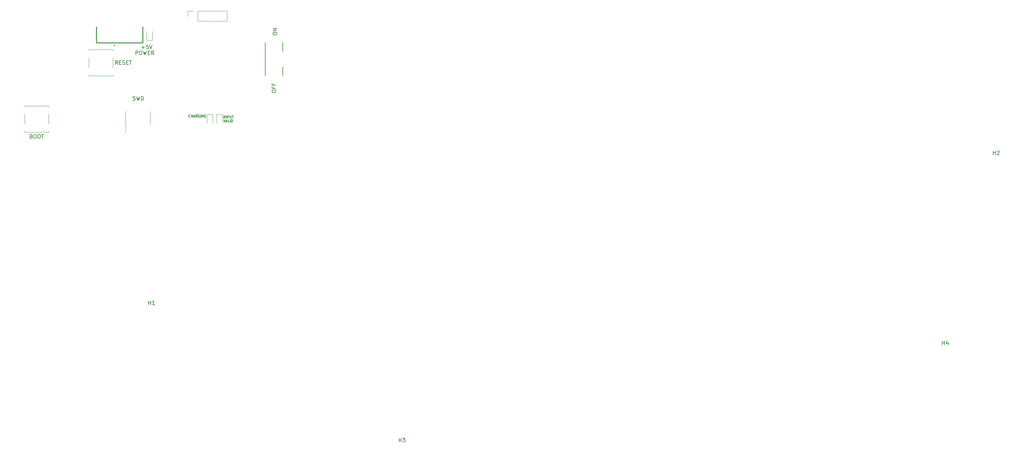
<source format=gbr>
G04 #@! TF.GenerationSoftware,KiCad,Pcbnew,(5.1.5)-3*
G04 #@! TF.CreationDate,2020-05-24T16:48:28-06:00*
G04 #@! TF.ProjectId,keeb,6b656562-2e6b-4696-9361-645f70636258,rev?*
G04 #@! TF.SameCoordinates,Original*
G04 #@! TF.FileFunction,Legend,Top*
G04 #@! TF.FilePolarity,Positive*
%FSLAX46Y46*%
G04 Gerber Fmt 4.6, Leading zero omitted, Abs format (unit mm)*
G04 Created by KiCad (PCBNEW (5.1.5)-3) date 2020-05-24 16:48:28*
%MOMM*%
%LPD*%
G04 APERTURE LIST*
%ADD10C,0.120000*%
%ADD11C,0.254000*%
%ADD12C,0.150000*%
%ADD13C,0.127000*%
G04 APERTURE END LIST*
D10*
G04 #@! TO.C,J6*
X85919000Y-43434000D02*
X85919000Y-42104000D01*
X85919000Y-42104000D02*
X87249000Y-42104000D01*
X88519000Y-42104000D02*
X96199000Y-42104000D01*
X96199000Y-44764000D02*
X96199000Y-42104000D01*
X88519000Y-44764000D02*
X96199000Y-44764000D01*
X88519000Y-44764000D02*
X88519000Y-42104000D01*
D11*
G04 #@! TO.C,J3*
X66920000Y-51133000D02*
G75*
G03X66920000Y-51133000I-67000J0D01*
G01*
X62022000Y-50396000D02*
X62022000Y-46246000D01*
X74122000Y-50396000D02*
X74122000Y-46246000D01*
X74122000Y-50396000D02*
X62022000Y-50396000D01*
D10*
G04 #@! TO.C,SW70*
X43332000Y-71658000D02*
X43332000Y-69058000D01*
X49632000Y-66908000D02*
X49632000Y-67158000D01*
X43332000Y-66908000D02*
X49632000Y-66908000D01*
X43332000Y-67158000D02*
X43332000Y-66908000D01*
X49632000Y-69058000D02*
X49632000Y-71658000D01*
X43332000Y-73808000D02*
X43332000Y-73558000D01*
X49632000Y-73808000D02*
X43332000Y-73808000D01*
X49632000Y-73558000D02*
X49632000Y-73808000D01*
G04 #@! TO.C,SW1*
X66396000Y-54326000D02*
X66396000Y-56926000D01*
X60096000Y-59076000D02*
X60096000Y-58826000D01*
X66396000Y-59076000D02*
X60096000Y-59076000D01*
X66396000Y-58826000D02*
X66396000Y-59076000D01*
X60096000Y-56926000D02*
X60096000Y-54326000D01*
X66396000Y-52176000D02*
X66396000Y-52426000D01*
X60096000Y-52176000D02*
X66396000Y-52176000D01*
X60096000Y-52426000D02*
X60096000Y-52176000D01*
G04 #@! TO.C,D70*
X76681000Y-49745000D02*
X76681000Y-47460000D01*
X75211000Y-49745000D02*
X76681000Y-49745000D01*
X75211000Y-47460000D02*
X75211000Y-49745000D01*
G04 #@! TO.C,J1*
X76068000Y-68339000D02*
X76133000Y-68339000D01*
X76068000Y-71869000D02*
X76133000Y-71869000D01*
X69663000Y-68339000D02*
X69728000Y-68339000D01*
X69663000Y-71869000D02*
X69728000Y-71869000D01*
X69728000Y-73194000D02*
X69728000Y-71869000D01*
X76133000Y-71869000D02*
X76133000Y-68339000D01*
X69663000Y-71869000D02*
X69663000Y-68339000D01*
G04 #@! TO.C,D71*
X94969000Y-71412000D02*
X94969000Y-69127000D01*
X94969000Y-69127000D02*
X93499000Y-69127000D01*
X93499000Y-69127000D02*
X93499000Y-71412000D01*
G04 #@! TO.C,D72*
X90959000Y-69127000D02*
X90959000Y-71412000D01*
X92429000Y-69127000D02*
X90959000Y-69127000D01*
X92429000Y-71412000D02*
X92429000Y-69127000D01*
D12*
G04 #@! TO.C,SW71*
X106158000Y-58942000D02*
X106158000Y-50342000D01*
X110758000Y-58942000D02*
X110758000Y-56742000D01*
X110758000Y-52642000D02*
X110758000Y-50342000D01*
G04 #@! TO.C,H4*
X282981495Y-129391380D02*
X282981495Y-128391380D01*
X282981495Y-128867571D02*
X283552923Y-128867571D01*
X283552923Y-129391380D02*
X283552923Y-128391380D01*
X284457685Y-128724714D02*
X284457685Y-129391380D01*
X284219590Y-128343761D02*
X283981495Y-129058047D01*
X284600542Y-129058047D01*
G04 #@! TO.C,H3*
X141097095Y-154791380D02*
X141097095Y-153791380D01*
X141097095Y-154267571D02*
X141668523Y-154267571D01*
X141668523Y-154791380D02*
X141668523Y-153791380D01*
X142049476Y-153791380D02*
X142668523Y-153791380D01*
X142335190Y-154172333D01*
X142478047Y-154172333D01*
X142573285Y-154219952D01*
X142620904Y-154267571D01*
X142668523Y-154362809D01*
X142668523Y-154600904D01*
X142620904Y-154696142D01*
X142573285Y-154743761D01*
X142478047Y-154791380D01*
X142192333Y-154791380D01*
X142097095Y-154743761D01*
X142049476Y-154696142D01*
G04 #@! TO.C,H2*
X296265695Y-79674980D02*
X296265695Y-78674980D01*
X296265695Y-79151171D02*
X296837123Y-79151171D01*
X296837123Y-79674980D02*
X296837123Y-78674980D01*
X297265695Y-78770219D02*
X297313314Y-78722600D01*
X297408552Y-78674980D01*
X297646647Y-78674980D01*
X297741885Y-78722600D01*
X297789504Y-78770219D01*
X297837123Y-78865457D01*
X297837123Y-78960695D01*
X297789504Y-79103552D01*
X297218076Y-79674980D01*
X297837123Y-79674980D01*
G04 #@! TO.C,H1*
X75717495Y-118926580D02*
X75717495Y-117926580D01*
X75717495Y-118402771D02*
X76288923Y-118402771D01*
X76288923Y-118926580D02*
X76288923Y-117926580D01*
X77288923Y-118926580D02*
X76717495Y-118926580D01*
X77003209Y-118926580D02*
X77003209Y-117926580D01*
X76907971Y-118069438D01*
X76812733Y-118164676D01*
X76717495Y-118212295D01*
G04 #@! TO.C,SW70*
X45124857Y-74858571D02*
X45267714Y-74906190D01*
X45315333Y-74953809D01*
X45362952Y-75049047D01*
X45362952Y-75191904D01*
X45315333Y-75287142D01*
X45267714Y-75334761D01*
X45172476Y-75382380D01*
X44791523Y-75382380D01*
X44791523Y-74382380D01*
X45124857Y-74382380D01*
X45220095Y-74430000D01*
X45267714Y-74477619D01*
X45315333Y-74572857D01*
X45315333Y-74668095D01*
X45267714Y-74763333D01*
X45220095Y-74810952D01*
X45124857Y-74858571D01*
X44791523Y-74858571D01*
X45982000Y-74382380D02*
X46172476Y-74382380D01*
X46267714Y-74430000D01*
X46362952Y-74525238D01*
X46410571Y-74715714D01*
X46410571Y-75049047D01*
X46362952Y-75239523D01*
X46267714Y-75334761D01*
X46172476Y-75382380D01*
X45982000Y-75382380D01*
X45886761Y-75334761D01*
X45791523Y-75239523D01*
X45743904Y-75049047D01*
X45743904Y-74715714D01*
X45791523Y-74525238D01*
X45886761Y-74430000D01*
X45982000Y-74382380D01*
X47029619Y-74382380D02*
X47220095Y-74382380D01*
X47315333Y-74430000D01*
X47410571Y-74525238D01*
X47458190Y-74715714D01*
X47458190Y-75049047D01*
X47410571Y-75239523D01*
X47315333Y-75334761D01*
X47220095Y-75382380D01*
X47029619Y-75382380D01*
X46934380Y-75334761D01*
X46839142Y-75239523D01*
X46791523Y-75049047D01*
X46791523Y-74715714D01*
X46839142Y-74525238D01*
X46934380Y-74430000D01*
X47029619Y-74382380D01*
X47743904Y-74382380D02*
X48315333Y-74382380D01*
X48029619Y-75382380D02*
X48029619Y-74382380D01*
G04 #@! TO.C,SW1*
X67635619Y-56078380D02*
X67302285Y-55602190D01*
X67064190Y-56078380D02*
X67064190Y-55078380D01*
X67445142Y-55078380D01*
X67540380Y-55126000D01*
X67588000Y-55173619D01*
X67635619Y-55268857D01*
X67635619Y-55411714D01*
X67588000Y-55506952D01*
X67540380Y-55554571D01*
X67445142Y-55602190D01*
X67064190Y-55602190D01*
X68064190Y-55554571D02*
X68397523Y-55554571D01*
X68540380Y-56078380D02*
X68064190Y-56078380D01*
X68064190Y-55078380D01*
X68540380Y-55078380D01*
X68921333Y-56030761D02*
X69064190Y-56078380D01*
X69302285Y-56078380D01*
X69397523Y-56030761D01*
X69445142Y-55983142D01*
X69492761Y-55887904D01*
X69492761Y-55792666D01*
X69445142Y-55697428D01*
X69397523Y-55649809D01*
X69302285Y-55602190D01*
X69111809Y-55554571D01*
X69016571Y-55506952D01*
X68968952Y-55459333D01*
X68921333Y-55364095D01*
X68921333Y-55268857D01*
X68968952Y-55173619D01*
X69016571Y-55126000D01*
X69111809Y-55078380D01*
X69349904Y-55078380D01*
X69492761Y-55126000D01*
X69921333Y-55554571D02*
X70254666Y-55554571D01*
X70397523Y-56078380D02*
X69921333Y-56078380D01*
X69921333Y-55078380D01*
X70397523Y-55078380D01*
X70683238Y-55078380D02*
X71254666Y-55078380D01*
X70968952Y-56078380D02*
X70968952Y-55078380D01*
G04 #@! TO.C,D70*
X73898285Y-51633428D02*
X74660190Y-51633428D01*
X74279238Y-52014380D02*
X74279238Y-51252476D01*
X75612571Y-51014380D02*
X75136380Y-51014380D01*
X75088761Y-51490571D01*
X75136380Y-51442952D01*
X75231619Y-51395333D01*
X75469714Y-51395333D01*
X75564952Y-51442952D01*
X75612571Y-51490571D01*
X75660190Y-51585809D01*
X75660190Y-51823904D01*
X75612571Y-51919142D01*
X75564952Y-51966761D01*
X75469714Y-52014380D01*
X75231619Y-52014380D01*
X75136380Y-51966761D01*
X75088761Y-51919142D01*
X75945904Y-51014380D02*
X76279238Y-52014380D01*
X76612571Y-51014380D01*
X72366476Y-53538380D02*
X72366476Y-52538380D01*
X72747428Y-52538380D01*
X72842666Y-52586000D01*
X72890285Y-52633619D01*
X72937904Y-52728857D01*
X72937904Y-52871714D01*
X72890285Y-52966952D01*
X72842666Y-53014571D01*
X72747428Y-53062190D01*
X72366476Y-53062190D01*
X73556952Y-52538380D02*
X73747428Y-52538380D01*
X73842666Y-52586000D01*
X73937904Y-52681238D01*
X73985523Y-52871714D01*
X73985523Y-53205047D01*
X73937904Y-53395523D01*
X73842666Y-53490761D01*
X73747428Y-53538380D01*
X73556952Y-53538380D01*
X73461714Y-53490761D01*
X73366476Y-53395523D01*
X73318857Y-53205047D01*
X73318857Y-52871714D01*
X73366476Y-52681238D01*
X73461714Y-52586000D01*
X73556952Y-52538380D01*
X74318857Y-52538380D02*
X74556952Y-53538380D01*
X74747428Y-52824095D01*
X74937904Y-53538380D01*
X75176000Y-52538380D01*
X75556952Y-53014571D02*
X75890285Y-53014571D01*
X76033142Y-53538380D02*
X75556952Y-53538380D01*
X75556952Y-52538380D01*
X76033142Y-52538380D01*
X77033142Y-53538380D02*
X76699809Y-53062190D01*
X76461714Y-53538380D02*
X76461714Y-52538380D01*
X76842666Y-52538380D01*
X76937904Y-52586000D01*
X76985523Y-52633619D01*
X77033142Y-52728857D01*
X77033142Y-52871714D01*
X76985523Y-52966952D01*
X76937904Y-53014571D01*
X76842666Y-53062190D01*
X76461714Y-53062190D01*
G04 #@! TO.C,J1*
X71642857Y-65404761D02*
X71785714Y-65452380D01*
X72023809Y-65452380D01*
X72119047Y-65404761D01*
X72166666Y-65357142D01*
X72214285Y-65261904D01*
X72214285Y-65166666D01*
X72166666Y-65071428D01*
X72119047Y-65023809D01*
X72023809Y-64976190D01*
X71833333Y-64928571D01*
X71738095Y-64880952D01*
X71690476Y-64833333D01*
X71642857Y-64738095D01*
X71642857Y-64642857D01*
X71690476Y-64547619D01*
X71738095Y-64500000D01*
X71833333Y-64452380D01*
X72071428Y-64452380D01*
X72214285Y-64500000D01*
X72547619Y-64452380D02*
X72785714Y-65452380D01*
X72976190Y-64738095D01*
X73166666Y-65452380D01*
X73404761Y-64452380D01*
X73785714Y-65452380D02*
X73785714Y-64452380D01*
X74023809Y-64452380D01*
X74166666Y-64500000D01*
X74261904Y-64595238D01*
X74309523Y-64690476D01*
X74357142Y-64880952D01*
X74357142Y-65023809D01*
X74309523Y-65214285D01*
X74261904Y-65309523D01*
X74166666Y-65404761D01*
X74023809Y-65452380D01*
X73785714Y-65452380D01*
X69699142Y-73660000D02*
X69746761Y-73612380D01*
X69794380Y-73660000D01*
X69746761Y-73707619D01*
X69699142Y-73660000D01*
X69794380Y-73660000D01*
G04 #@! TO.C,D71*
D13*
X95310476Y-70518261D02*
X95522142Y-71153261D01*
X95733809Y-70518261D01*
X95915238Y-70971833D02*
X96217619Y-70971833D01*
X95854761Y-71153261D02*
X96066428Y-70518261D01*
X96278095Y-71153261D01*
X96792142Y-71153261D02*
X96489761Y-71153261D01*
X96489761Y-70518261D01*
X97003809Y-71153261D02*
X97003809Y-70518261D01*
X97306190Y-71153261D02*
X97306190Y-70518261D01*
X97457380Y-70518261D01*
X97548095Y-70548500D01*
X97608571Y-70608976D01*
X97638809Y-70669452D01*
X97669047Y-70790404D01*
X97669047Y-70881119D01*
X97638809Y-71002071D01*
X97608571Y-71062547D01*
X97548095Y-71123023D01*
X97457380Y-71153261D01*
X97306190Y-71153261D01*
X95295357Y-70137261D02*
X95295357Y-69502261D01*
X95597738Y-70137261D02*
X95597738Y-69502261D01*
X95960595Y-70137261D01*
X95960595Y-69502261D01*
X96262976Y-70137261D02*
X96262976Y-69502261D01*
X96504880Y-69502261D01*
X96565357Y-69532500D01*
X96595595Y-69562738D01*
X96625833Y-69623214D01*
X96625833Y-69713928D01*
X96595595Y-69774404D01*
X96565357Y-69804642D01*
X96504880Y-69834880D01*
X96262976Y-69834880D01*
X96897976Y-69502261D02*
X96897976Y-70016309D01*
X96928214Y-70076785D01*
X96958452Y-70107023D01*
X97018928Y-70137261D01*
X97139880Y-70137261D01*
X97200357Y-70107023D01*
X97230595Y-70076785D01*
X97260833Y-70016309D01*
X97260833Y-69502261D01*
X97472500Y-69502261D02*
X97835357Y-69502261D01*
X97653928Y-70137261D02*
X97653928Y-69502261D01*
G04 #@! TO.C,D72*
X86547476Y-69822785D02*
X86517238Y-69853023D01*
X86426523Y-69883261D01*
X86366047Y-69883261D01*
X86275333Y-69853023D01*
X86214857Y-69792547D01*
X86184619Y-69732071D01*
X86154380Y-69611119D01*
X86154380Y-69520404D01*
X86184619Y-69399452D01*
X86214857Y-69338976D01*
X86275333Y-69278500D01*
X86366047Y-69248261D01*
X86426523Y-69248261D01*
X86517238Y-69278500D01*
X86547476Y-69308738D01*
X86819619Y-69883261D02*
X86819619Y-69248261D01*
X86819619Y-69550642D02*
X87182476Y-69550642D01*
X87182476Y-69883261D02*
X87182476Y-69248261D01*
X87454619Y-69701833D02*
X87757000Y-69701833D01*
X87394142Y-69883261D02*
X87605809Y-69248261D01*
X87817476Y-69883261D01*
X88392000Y-69883261D02*
X88180333Y-69580880D01*
X88029142Y-69883261D02*
X88029142Y-69248261D01*
X88271047Y-69248261D01*
X88331523Y-69278500D01*
X88361761Y-69308738D01*
X88392000Y-69369214D01*
X88392000Y-69459928D01*
X88361761Y-69520404D01*
X88331523Y-69550642D01*
X88271047Y-69580880D01*
X88029142Y-69580880D01*
X88996761Y-69278500D02*
X88936285Y-69248261D01*
X88845571Y-69248261D01*
X88754857Y-69278500D01*
X88694380Y-69338976D01*
X88664142Y-69399452D01*
X88633904Y-69520404D01*
X88633904Y-69611119D01*
X88664142Y-69732071D01*
X88694380Y-69792547D01*
X88754857Y-69853023D01*
X88845571Y-69883261D01*
X88906047Y-69883261D01*
X88996761Y-69853023D01*
X89027000Y-69822785D01*
X89027000Y-69611119D01*
X88906047Y-69611119D01*
X89299142Y-69883261D02*
X89299142Y-69248261D01*
X89601523Y-69883261D02*
X89601523Y-69248261D01*
X89964380Y-69883261D01*
X89964380Y-69248261D01*
X90599380Y-69278500D02*
X90538904Y-69248261D01*
X90448190Y-69248261D01*
X90357476Y-69278500D01*
X90297000Y-69338976D01*
X90266761Y-69399452D01*
X90236523Y-69520404D01*
X90236523Y-69611119D01*
X90266761Y-69732071D01*
X90297000Y-69792547D01*
X90357476Y-69853023D01*
X90448190Y-69883261D01*
X90508666Y-69883261D01*
X90599380Y-69853023D01*
X90629619Y-69822785D01*
X90629619Y-69611119D01*
X90508666Y-69611119D01*
G04 #@! TO.C,SW71*
D12*
X108164380Y-48117047D02*
X108164380Y-47926571D01*
X108212000Y-47831333D01*
X108307238Y-47736095D01*
X108497714Y-47688476D01*
X108831047Y-47688476D01*
X109021523Y-47736095D01*
X109116761Y-47831333D01*
X109164380Y-47926571D01*
X109164380Y-48117047D01*
X109116761Y-48212285D01*
X109021523Y-48307523D01*
X108831047Y-48355142D01*
X108497714Y-48355142D01*
X108307238Y-48307523D01*
X108212000Y-48212285D01*
X108164380Y-48117047D01*
X109164380Y-47259904D02*
X108164380Y-47259904D01*
X109164380Y-46688476D01*
X108164380Y-46688476D01*
X107910380Y-63182380D02*
X107910380Y-62991904D01*
X107958000Y-62896666D01*
X108053238Y-62801428D01*
X108243714Y-62753809D01*
X108577047Y-62753809D01*
X108767523Y-62801428D01*
X108862761Y-62896666D01*
X108910380Y-62991904D01*
X108910380Y-63182380D01*
X108862761Y-63277619D01*
X108767523Y-63372857D01*
X108577047Y-63420476D01*
X108243714Y-63420476D01*
X108053238Y-63372857D01*
X107958000Y-63277619D01*
X107910380Y-63182380D01*
X108386571Y-61991904D02*
X108386571Y-62325238D01*
X108910380Y-62325238D02*
X107910380Y-62325238D01*
X107910380Y-61849047D01*
X108386571Y-61134761D02*
X108386571Y-61468095D01*
X108910380Y-61468095D02*
X107910380Y-61468095D01*
X107910380Y-60991904D01*
G04 #@! TD*
M02*

</source>
